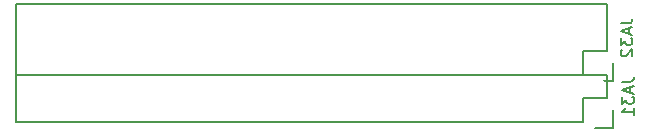
<source format=gbo>
G04 #@! TF.FileFunction,Legend,Bot*
%FSLAX46Y46*%
G04 Gerber Fmt 4.6, Leading zero omitted, Abs format (unit mm)*
G04 Created by KiCad (PCBNEW 4.0.4-stable) date 10/29/16 17:18:15*
%MOMM*%
%LPD*%
G01*
G04 APERTURE LIST*
%ADD10C,0.100000*%
%ADD11C,0.150000*%
%ADD12R,1.750000X1.750000*%
%ADD13C,1.750000*%
%ADD14R,2.432000X2.432000*%
%ADD15O,2.432000X2.432000*%
%ADD16R,2.127200X2.432000*%
%ADD17O,2.127200X2.432000*%
G04 APERTURE END LIST*
D10*
D11*
X87000000Y-68000000D02*
X87000000Y-66000000D01*
X87000000Y-66000000D02*
X89000000Y-66000000D01*
X89000000Y-66000000D02*
X89000000Y-64000000D01*
X89000000Y-64000000D02*
X87000000Y-64000000D01*
X87000000Y-64000000D02*
X39000000Y-64000000D01*
X39000000Y-64000000D02*
X39000000Y-68000000D01*
X39000000Y-68000000D02*
X87000000Y-68000000D01*
X88000000Y-68500000D02*
X89500000Y-68500000D01*
X89500000Y-68500000D02*
X89500000Y-67000000D01*
X39000000Y-60000000D02*
X39000000Y-58000000D01*
X89000000Y-60000000D02*
X89000000Y-58000000D01*
X87000000Y-64000000D02*
X87000000Y-62000000D01*
X87000000Y-62000000D02*
X89000000Y-62000000D01*
X89000000Y-62000000D02*
X89000000Y-60000000D01*
X89000000Y-58000000D02*
X87000000Y-58000000D01*
X87000000Y-58000000D02*
X39000000Y-58000000D01*
X39000000Y-60000000D02*
X39000000Y-64000000D01*
X39000000Y-64000000D02*
X87000000Y-64000000D01*
X88000000Y-64500000D02*
X89500000Y-64500000D01*
X89500000Y-64500000D02*
X89500000Y-63000000D01*
X90257381Y-64598705D02*
X90971667Y-64598705D01*
X91114524Y-64551085D01*
X91209762Y-64455847D01*
X91257381Y-64312990D01*
X91257381Y-64217752D01*
X90971667Y-65027276D02*
X90971667Y-65503467D01*
X91257381Y-64932038D02*
X90257381Y-65265371D01*
X91257381Y-65598705D01*
X90257381Y-65836800D02*
X90257381Y-66455848D01*
X90638333Y-66122514D01*
X90638333Y-66265372D01*
X90685952Y-66360610D01*
X90733571Y-66408229D01*
X90828810Y-66455848D01*
X91066905Y-66455848D01*
X91162143Y-66408229D01*
X91209762Y-66360610D01*
X91257381Y-66265372D01*
X91257381Y-65979657D01*
X91209762Y-65884419D01*
X91162143Y-65836800D01*
X91257381Y-67408229D02*
X91257381Y-66836800D01*
X91257381Y-67122514D02*
X90257381Y-67122514D01*
X90400238Y-67027276D01*
X90495476Y-66932038D01*
X90543095Y-66836800D01*
X90155781Y-59620305D02*
X90870067Y-59620305D01*
X91012924Y-59572685D01*
X91108162Y-59477447D01*
X91155781Y-59334590D01*
X91155781Y-59239352D01*
X90870067Y-60048876D02*
X90870067Y-60525067D01*
X91155781Y-59953638D02*
X90155781Y-60286971D01*
X91155781Y-60620305D01*
X90155781Y-60858400D02*
X90155781Y-61477448D01*
X90536733Y-61144114D01*
X90536733Y-61286972D01*
X90584352Y-61382210D01*
X90631971Y-61429829D01*
X90727210Y-61477448D01*
X90965305Y-61477448D01*
X91060543Y-61429829D01*
X91108162Y-61382210D01*
X91155781Y-61286972D01*
X91155781Y-61001257D01*
X91108162Y-60906019D01*
X91060543Y-60858400D01*
X90251019Y-61858400D02*
X90203400Y-61906019D01*
X90155781Y-62001257D01*
X90155781Y-62239353D01*
X90203400Y-62334591D01*
X90251019Y-62382210D01*
X90346257Y-62429829D01*
X90441495Y-62429829D01*
X90584352Y-62382210D01*
X91155781Y-61810781D01*
X91155781Y-62429829D01*
%LPC*%
D12*
X88000000Y-67000000D03*
D13*
X86000000Y-67000000D03*
X84000000Y-67000000D03*
X82000000Y-67000000D03*
X80000000Y-67000000D03*
X78000000Y-67000000D03*
X76000000Y-67000000D03*
X74000000Y-67000000D03*
X72000000Y-67000000D03*
X70000000Y-67000000D03*
X68000000Y-67000000D03*
X66000000Y-67000000D03*
X64000000Y-67000000D03*
X62000000Y-67000000D03*
X60000000Y-67000000D03*
X58000000Y-67000000D03*
X56000000Y-67000000D03*
X54000000Y-67000000D03*
X52000000Y-67000000D03*
X50000000Y-67000000D03*
X48000000Y-67000000D03*
X46000000Y-67000000D03*
X44000000Y-67000000D03*
X42000000Y-67000000D03*
X40000000Y-67000000D03*
X88000000Y-65000000D03*
X86000000Y-65000000D03*
X84000000Y-65000000D03*
X82000000Y-65000000D03*
X80000000Y-65000000D03*
X78000000Y-65000000D03*
X76000000Y-65000000D03*
X74000000Y-65000000D03*
X72000000Y-65000000D03*
X70000000Y-65000000D03*
X68000000Y-65000000D03*
X66000000Y-65000000D03*
X64000000Y-65000000D03*
X62000000Y-65000000D03*
X60000000Y-65000000D03*
X58000000Y-65000000D03*
X56000000Y-65000000D03*
X54000000Y-65000000D03*
X52000000Y-65000000D03*
X50000000Y-65000000D03*
X48000000Y-65000000D03*
X46000000Y-65000000D03*
X44000000Y-65000000D03*
X42000000Y-65000000D03*
X40000000Y-65000000D03*
X40000000Y-59000000D03*
X42000000Y-59000000D03*
X44000000Y-59000000D03*
X46000000Y-59000000D03*
X48000000Y-59000000D03*
X50000000Y-59000000D03*
X52000000Y-59000000D03*
X54000000Y-59000000D03*
X56000000Y-59000000D03*
X58000000Y-59000000D03*
X60000000Y-59000000D03*
X62000000Y-59000000D03*
X64000000Y-59000000D03*
X66000000Y-59000000D03*
X68000000Y-59000000D03*
X70000000Y-59000000D03*
X72000000Y-59000000D03*
X74000000Y-59000000D03*
X76000000Y-59000000D03*
X78000000Y-59000000D03*
X80000000Y-59000000D03*
X82000000Y-59000000D03*
X84000000Y-59000000D03*
X86000000Y-59000000D03*
X88000000Y-59000000D03*
D12*
X88000000Y-63000000D03*
D13*
X86000000Y-63000000D03*
X84000000Y-63000000D03*
X82000000Y-63000000D03*
X80000000Y-63000000D03*
X78000000Y-63000000D03*
X76000000Y-63000000D03*
X74000000Y-63000000D03*
X72000000Y-63000000D03*
X70000000Y-63000000D03*
X68000000Y-63000000D03*
X66000000Y-63000000D03*
X64000000Y-63000000D03*
X62000000Y-63000000D03*
X60000000Y-63000000D03*
X58000000Y-63000000D03*
X56000000Y-63000000D03*
X54000000Y-63000000D03*
X52000000Y-63000000D03*
X50000000Y-63000000D03*
X48000000Y-63000000D03*
X46000000Y-63000000D03*
X44000000Y-63000000D03*
X42000000Y-63000000D03*
X40000000Y-63000000D03*
X88000000Y-61000000D03*
X86000000Y-61000000D03*
X84000000Y-61000000D03*
X82000000Y-61000000D03*
X80000000Y-61000000D03*
X78000000Y-61000000D03*
X76000000Y-61000000D03*
X74000000Y-61000000D03*
X72000000Y-61000000D03*
X70000000Y-61000000D03*
X68000000Y-61000000D03*
X66000000Y-61000000D03*
X64000000Y-61000000D03*
X62000000Y-61000000D03*
X60000000Y-61000000D03*
X58000000Y-61000000D03*
X56000000Y-61000000D03*
X54000000Y-61000000D03*
X52000000Y-61000000D03*
X50000000Y-61000000D03*
X48000000Y-61000000D03*
X46000000Y-61000000D03*
X44000000Y-61000000D03*
X42000000Y-61000000D03*
X40000000Y-61000000D03*
D14*
X87630000Y-52578000D03*
D15*
X87630000Y-55118000D03*
D16*
X68580000Y-53340000D03*
D17*
X71120000Y-53340000D03*
X73660000Y-53340000D03*
X76200000Y-53340000D03*
D16*
X66040000Y-71120000D03*
D17*
X68580000Y-71120000D03*
X71120000Y-71120000D03*
X73660000Y-71120000D03*
X76200000Y-71120000D03*
X78740000Y-71120000D03*
D16*
X67564000Y-44450000D03*
D17*
X70104000Y-44450000D03*
X72644000Y-44450000D03*
X75184000Y-44450000D03*
X77724000Y-44450000D03*
X80264000Y-44450000D03*
X82804000Y-44450000D03*
M02*

</source>
